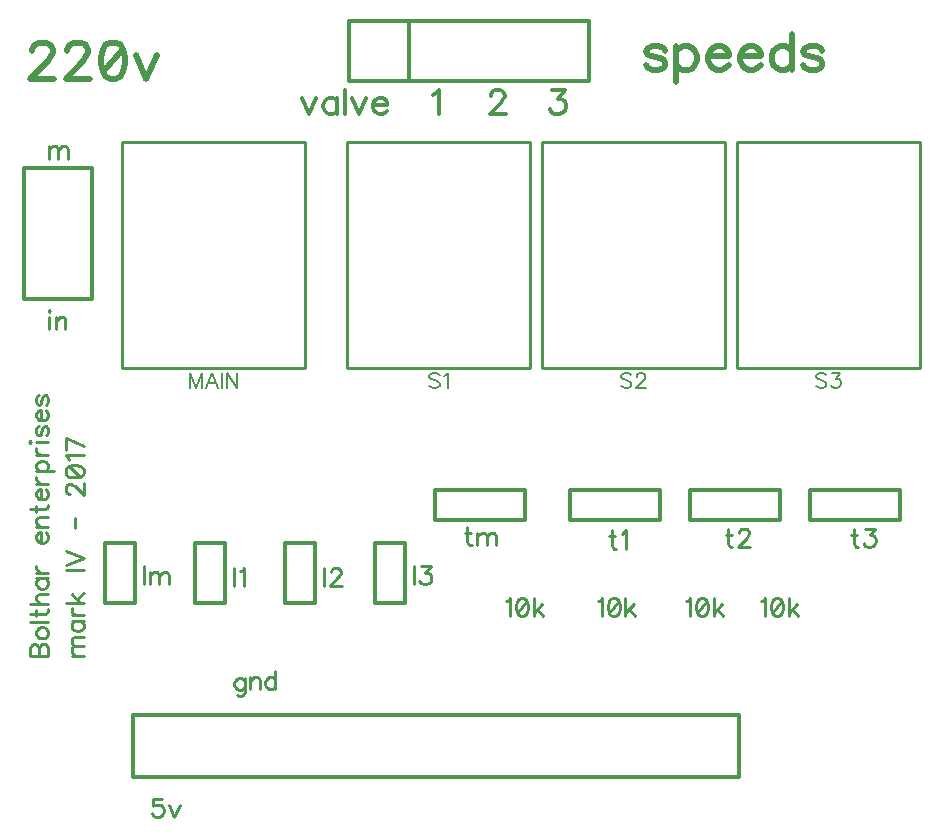
<source format=gto>
G04 DipTrace 3.1.0.1*
G04 Controller.GTO*
%MOMM*%
G04 #@! TF.FileFunction,Legend,Top*
G04 #@! TF.Part,Single*
%ADD10C,0.25*%
%ADD15C,0.3*%
%ADD31C,0.19608*%
%ADD32C,0.23529*%
%ADD33C,0.47059*%
%ADD34C,0.31373*%
%FSLAX35Y35*%
G04*
G71*
G90*
G75*
G01*
G04 TopSilk*
%LPD*%
X2009293Y5048167D2*
D10*
Y6958167D1*
X3559293D1*
Y5048167D1*
X2009293D1*
X3914293D2*
Y6958167D1*
X5464293D1*
Y5048167D1*
X3914293D1*
X5565293D2*
Y6958167D1*
X7115293D1*
Y5048167D1*
X5565293D1*
X7216293D2*
Y6958167D1*
X8766293D1*
Y5048167D1*
X7216293D1*
X3927293Y7982167D2*
D15*
X5959293D1*
Y7474167D1*
X3927293D1*
Y7982167D1*
X2101667Y2108420D2*
X7229293D1*
Y1584543D1*
X2101667D1*
Y2108420D1*
X4657543Y4013430D2*
X5419543D1*
Y3759430D1*
X4657543D1*
Y4013430D1*
X5800543D2*
X6562543D1*
Y3759430D1*
X5800543D1*
Y4013430D1*
X6816543D2*
X7578543D1*
Y3759430D1*
X6816543D1*
Y4013430D1*
X7832543D2*
X8594543D1*
Y3759430D1*
X7832543D1*
Y4013430D1*
X1863543Y3568917D2*
X2117543D1*
Y3060917D1*
X1863543D1*
Y3568917D1*
X2625543D2*
X2879543D1*
Y3060917D1*
X2625543D1*
Y3568917D1*
X3387543D2*
X3641543D1*
Y3060917D1*
X3387543D1*
Y3568917D1*
X4149543D2*
X4403543D1*
Y3060917D1*
X4149543D1*
Y3568917D1*
X1180920Y6743917D2*
X1752420D1*
Y5632667D1*
X1180920D1*
Y6743917D1*
X4435293Y7966293D2*
Y7474167D1*
X2682863Y4877482D2*
D31*
Y5005092D1*
X2634290Y4877482D1*
X2585717Y5005092D1*
Y4877482D1*
X2819365D2*
X2770652Y5005092D1*
X2722079Y4877482D1*
X2740329Y4920019D2*
X2801115D1*
X2858581Y5005092D2*
Y4877482D1*
X2982870Y5005092D2*
Y4877482D1*
X2897797Y5005092D1*
Y4877482D1*
X4696990Y4986842D2*
X4684917Y4999055D1*
X4666667Y5005092D1*
X4642381D1*
X4624131Y4999055D1*
X4611917Y4986842D1*
Y4974769D1*
X4618094Y4962555D1*
X4624131Y4956519D1*
X4636204Y4950482D1*
X4672704Y4938269D1*
X4684917Y4932232D1*
X4690954Y4926055D1*
X4696990Y4913982D1*
Y4895732D1*
X4684917Y4883659D1*
X4666667Y4877482D1*
X4642381D1*
X4624131Y4883659D1*
X4611917Y4895732D1*
X4736206Y4980665D2*
X4748419Y4986842D1*
X4766669Y5004951D1*
Y4877482D1*
X6320685Y4986842D2*
X6308612Y4999055D1*
X6290362Y5005092D1*
X6266076D1*
X6247826Y4999055D1*
X6235612Y4986842D1*
Y4974769D1*
X6241789Y4962555D1*
X6247826Y4956519D1*
X6259899Y4950482D1*
X6296399Y4938269D1*
X6308612Y4932232D1*
X6314649Y4926055D1*
X6320685Y4913982D1*
Y4895732D1*
X6308612Y4883659D1*
X6290362Y4877482D1*
X6266076D1*
X6247826Y4883659D1*
X6235612Y4895732D1*
X6366078Y4974628D2*
Y4980665D1*
X6372115Y4992878D1*
X6378151Y4998915D1*
X6390365Y5004951D1*
X6414651D1*
X6426724Y4998915D1*
X6432761Y4992878D1*
X6438938Y4980665D1*
Y4968592D1*
X6432761Y4956378D1*
X6420688Y4938269D1*
X6359901Y4877482D1*
X6444974D1*
X7971685Y4986842D2*
X7959612Y4999055D1*
X7941362Y5005092D1*
X7917076D1*
X7898826Y4999055D1*
X7886612Y4986842D1*
Y4974769D1*
X7892789Y4962555D1*
X7898826Y4956519D1*
X7910899Y4950482D1*
X7947399Y4938269D1*
X7959612Y4932232D1*
X7965649Y4926055D1*
X7971685Y4913982D1*
Y4895732D1*
X7959612Y4883659D1*
X7941362Y4877482D1*
X7917076D1*
X7898826Y4883659D1*
X7886612Y4895732D1*
X8023115Y5004951D2*
X8089797D1*
X8053438Y4956378D1*
X8071688D1*
X8083761Y4950342D1*
X8089797Y4944305D1*
X8095974Y4926055D1*
Y4913982D1*
X8089797Y4895732D1*
X8077724Y4883519D1*
X8059474Y4877482D1*
X8041224D1*
X8023115Y4883519D1*
X8017078Y4889695D1*
X8010901Y4901769D1*
X2196918Y3370237D2*
D32*
Y3217105D1*
X2243977Y3319193D2*
Y3217105D1*
Y3290049D2*
X2265877Y3311949D1*
X2280533Y3319193D1*
X2302265D1*
X2316921Y3311949D1*
X2324165Y3290049D1*
Y3217105D1*
Y3290049D2*
X2346065Y3311949D1*
X2360721Y3319193D1*
X2382452D1*
X2397108Y3311949D1*
X2404521Y3290049D1*
Y3217105D1*
X2958918Y3354360D2*
Y3201228D1*
X3005977Y3325048D2*
X3020633Y3332460D1*
X3042533Y3354191D1*
Y3201228D1*
X3720918Y3354360D2*
Y3201228D1*
X3775389Y3317804D2*
Y3325048D1*
X3782633Y3339704D1*
X3789877Y3346948D1*
X3804533Y3354191D1*
X3833677D1*
X3848165Y3346948D1*
X3855408Y3339704D1*
X3862821Y3325048D1*
Y3310560D1*
X3855408Y3295904D1*
X3840921Y3274172D1*
X3767977Y3201228D1*
X3870065D1*
X4478808Y3370240D2*
Y3217108D1*
X4540523Y3370071D2*
X4620542D1*
X4576911Y3311784D1*
X4598811D1*
X4613298Y3304540D1*
X4620542Y3297296D1*
X4627955Y3275396D1*
Y3260908D1*
X4620542Y3239008D1*
X4606055Y3224352D1*
X4584155Y3217108D1*
X4562255D1*
X4540523Y3224352D1*
X4533279Y3231765D1*
X4525867Y3246252D1*
X1247291Y7730034D2*
D33*
Y7744522D1*
X1261778Y7773834D1*
X1276266Y7788322D1*
X1305578Y7802810D1*
X1363866D1*
X1392841Y7788322D1*
X1407329Y7773834D1*
X1422154Y7744522D1*
Y7715546D1*
X1407329Y7686234D1*
X1378354Y7642771D1*
X1232466Y7496883D1*
X1436641D1*
X1545584Y7730034D2*
Y7744522D1*
X1560071Y7773834D1*
X1574559Y7788322D1*
X1603871Y7802810D1*
X1662159D1*
X1691134Y7788322D1*
X1705622Y7773834D1*
X1720447Y7744522D1*
Y7715546D1*
X1705622Y7686234D1*
X1676647Y7642771D1*
X1530759Y7496883D1*
X1734934D1*
X1916652Y7802810D2*
X1872852Y7788322D1*
X1843540Y7744522D1*
X1829052Y7671746D1*
Y7627946D1*
X1843540Y7555171D1*
X1872852Y7511371D1*
X1916652Y7496883D1*
X1945628D1*
X1989428Y7511371D1*
X2018403Y7555171D1*
X2033228Y7627946D1*
Y7671746D1*
X2018403Y7744522D1*
X1989428Y7788322D1*
X1945628Y7802810D1*
X1916652D1*
X2018403Y7744522D2*
X1843540Y7555171D1*
X2127345Y7701059D2*
X2214945Y7496883D1*
X2302208Y7701059D1*
X2347253Y1401618D2*
D32*
X2274478D1*
X2267234Y1336087D1*
X2274478Y1343330D1*
X2296378Y1350743D1*
X2318109D1*
X2340009Y1343330D1*
X2354665Y1328843D1*
X2361909Y1306943D1*
Y1292455D1*
X2354665Y1270555D1*
X2340009Y1255899D1*
X2318109Y1248655D1*
X2296378D1*
X2274478Y1255899D1*
X2267234Y1263311D1*
X2259821Y1277799D1*
X2408968Y1350743D2*
X2452768Y1248655D1*
X2496399Y1350743D1*
X4933445Y3703630D2*
Y3579642D1*
X4940689Y3557911D1*
X4955345Y3550498D1*
X4969832D1*
X4911545Y3652586D2*
X4962589D1*
X5016891D2*
Y3550498D1*
Y3623442D2*
X5038791Y3645342D1*
X5053447Y3652586D1*
X5075179D1*
X5089835Y3645342D1*
X5097079Y3623442D1*
Y3550498D1*
Y3623442D2*
X5118979Y3645342D1*
X5133635Y3652586D1*
X5155367D1*
X5170023Y3645342D1*
X5177435Y3623442D1*
Y3550498D1*
X6155818Y3671880D2*
Y3547892D1*
X6163062Y3526161D1*
X6177718Y3518748D1*
X6192206D1*
X6133918Y3620836D2*
X6184962D1*
X6239265Y3642568D2*
X6253921Y3649980D1*
X6275821Y3671711D1*
Y3518748D1*
X7140068Y3687753D2*
Y3563766D1*
X7147312Y3542034D1*
X7161968Y3534622D1*
X7176456D1*
X7118168Y3636709D2*
X7169212D1*
X7230927Y3651197D2*
Y3658441D1*
X7238171Y3673097D1*
X7245415Y3680341D1*
X7260071Y3687585D1*
X7289215D1*
X7303702Y3680341D1*
X7310946Y3673097D1*
X7318358Y3658441D1*
Y3643953D1*
X7310946Y3629297D1*
X7296458Y3607566D1*
X7223515Y3534622D1*
X7325602D1*
X8203695Y3687753D2*
Y3563766D1*
X8210939Y3542034D1*
X8225595Y3534622D1*
X8240082D1*
X8181795Y3636709D2*
X8232839D1*
X8301797Y3687585D2*
X8381817D1*
X8338185Y3629297D1*
X8360085D1*
X8374573Y3622053D1*
X8381817Y3614809D1*
X8389229Y3592909D1*
Y3578422D1*
X8381817Y3556522D1*
X8367329Y3541866D1*
X8345429Y3534622D1*
X8323529D1*
X8301797Y3541866D1*
X8294554Y3549278D1*
X8287141Y3563766D1*
X5260795Y3071054D2*
X5275451Y3078467D1*
X5297351Y3100198D1*
Y2947235D1*
X5388210Y3100198D2*
X5366310Y3092954D1*
X5351654Y3071054D1*
X5344410Y3034667D1*
Y3012767D1*
X5351654Y2976379D1*
X5366310Y2954479D1*
X5388210Y2947235D1*
X5402697D1*
X5424597Y2954479D1*
X5439085Y2976379D1*
X5446497Y3012767D1*
Y3034667D1*
X5439085Y3071054D1*
X5424597Y3092954D1*
X5402697Y3100198D1*
X5388210D1*
X5439085Y3071054D2*
X5351654Y2976379D1*
X5493556Y3100367D2*
Y2947235D1*
X5566500Y3049323D2*
X5493556Y2976379D1*
X5522700Y3005523D2*
X5573744Y2947235D1*
X6038668Y3071054D2*
X6053324Y3078467D1*
X6075224Y3100198D1*
Y2947235D1*
X6166083Y3100198D2*
X6144183Y3092954D1*
X6129527Y3071054D1*
X6122283Y3034667D1*
Y3012767D1*
X6129527Y2976379D1*
X6144183Y2954479D1*
X6166083Y2947235D1*
X6180571D1*
X6202471Y2954479D1*
X6216958Y2976379D1*
X6224371Y3012767D1*
Y3034667D1*
X6216958Y3071054D1*
X6202471Y3092954D1*
X6180571Y3100198D1*
X6166083D1*
X6216958Y3071054D2*
X6129527Y2976379D1*
X6271430Y3100367D2*
Y2947235D1*
X6344373Y3049323D2*
X6271430Y2976379D1*
X6300573Y3005523D2*
X6351617Y2947235D1*
X6784795Y3071054D2*
X6799451Y3078467D1*
X6821351Y3100198D1*
Y2947235D1*
X6912210Y3100198D2*
X6890310Y3092954D1*
X6875654Y3071054D1*
X6868410Y3034667D1*
Y3012767D1*
X6875654Y2976379D1*
X6890310Y2954479D1*
X6912210Y2947235D1*
X6926697D1*
X6948597Y2954479D1*
X6963085Y2976379D1*
X6970497Y3012767D1*
Y3034667D1*
X6963085Y3071054D1*
X6948597Y3092954D1*
X6926697Y3100198D1*
X6912210D1*
X6963085Y3071054D2*
X6875654Y2976379D1*
X7017556Y3100367D2*
Y2947235D1*
X7090500Y3049323D2*
X7017556Y2976379D1*
X7046700Y3005523D2*
X7097744Y2947235D1*
X7419795Y3071054D2*
X7434451Y3078467D1*
X7456351Y3100198D1*
Y2947235D1*
X7547210Y3100198D2*
X7525310Y3092954D1*
X7510654Y3071054D1*
X7503410Y3034667D1*
Y3012767D1*
X7510654Y2976379D1*
X7525310Y2954479D1*
X7547210Y2947235D1*
X7561697D1*
X7583597Y2954479D1*
X7598085Y2976379D1*
X7605497Y3012767D1*
Y3034667D1*
X7598085Y3071054D1*
X7583597Y3092954D1*
X7561697Y3100198D1*
X7547210D1*
X7598085Y3071054D2*
X7510654Y2976379D1*
X7652556Y3100367D2*
Y2947235D1*
X7725500Y3049323D2*
X7652556Y2976379D1*
X7681700Y3005523D2*
X7732744Y2947235D1*
X1231670Y2608248D2*
X1384802D1*
Y2673948D1*
X1377389Y2695848D1*
X1370146Y2703092D1*
X1355658Y2710336D1*
X1333758D1*
X1319102Y2703092D1*
X1311858Y2695848D1*
X1304614Y2673948D1*
X1297202Y2695848D1*
X1289958Y2703092D1*
X1275470Y2710336D1*
X1260814D1*
X1246326Y2703092D1*
X1238914Y2695848D1*
X1231670Y2673948D1*
Y2608248D1*
X1304614D2*
Y2673948D1*
X1282714Y2793782D2*
X1289958Y2779295D1*
X1304614Y2764639D1*
X1326514Y2757395D1*
X1341002D1*
X1362902Y2764638D1*
X1377389Y2779295D1*
X1384802Y2793782D1*
Y2815682D1*
X1377389Y2830338D1*
X1362902Y2844826D1*
X1341002Y2852238D1*
X1326514D1*
X1304614Y2844826D1*
X1289958Y2830339D1*
X1282714Y2815682D1*
Y2793782D1*
X1231670Y2899297D2*
X1384802D1*
X1231670Y2968256D2*
X1355658D1*
X1377389Y2975500D1*
X1384802Y2990156D1*
Y3004644D1*
X1282714Y2946356D2*
Y2997400D1*
X1231670Y3051703D2*
X1384802D1*
X1311858D2*
X1289958Y3073603D1*
X1282714Y3088259D1*
Y3110159D1*
X1289958Y3124646D1*
X1311858Y3131890D1*
X1384802D1*
X1282714Y3266381D2*
X1384802D1*
X1304614D2*
X1289958Y3251893D1*
X1282714Y3237237D1*
Y3215505D1*
X1289958Y3200849D1*
X1304614Y3186361D1*
X1326514Y3178949D1*
X1341002D1*
X1362902Y3186361D1*
X1377389Y3200849D1*
X1384802Y3215505D1*
Y3237237D1*
X1377389Y3251893D1*
X1362902Y3266381D1*
X1282714Y3313439D2*
X1384802D1*
X1326514D2*
X1304614Y3320852D1*
X1289958Y3335339D1*
X1282714Y3349996D1*
Y3371896D1*
X1326514Y3567090D2*
Y3654522D1*
X1311858D1*
X1297202Y3647278D1*
X1289958Y3640034D1*
X1282714Y3625378D1*
Y3603478D1*
X1289958Y3588990D1*
X1304614Y3574334D1*
X1326514Y3567090D1*
X1341002D1*
X1362902Y3574334D1*
X1377389Y3588990D1*
X1384802Y3603478D1*
Y3625378D1*
X1377389Y3640034D1*
X1362902Y3654522D1*
X1282714Y3701581D2*
X1384802D1*
X1311858D2*
X1289958Y3723481D1*
X1282714Y3738137D1*
Y3759868D1*
X1289958Y3774524D1*
X1311858Y3781768D1*
X1384802D1*
X1231670Y3850727D2*
X1355658D1*
X1377389Y3857971D1*
X1384802Y3872627D1*
Y3887115D1*
X1282714Y3828827D2*
Y3879871D1*
X1326514Y3934174D2*
Y4021605D1*
X1311858D1*
X1297202Y4014361D1*
X1289958Y4007117D1*
X1282714Y3992461D1*
Y3970561D1*
X1289958Y3956074D1*
X1304614Y3941417D1*
X1326514Y3934174D1*
X1341002D1*
X1362902Y3941417D1*
X1377389Y3956074D1*
X1384802Y3970561D1*
Y3992461D1*
X1377389Y4007117D1*
X1362902Y4021605D1*
X1282714Y4068664D2*
X1384802D1*
X1326514D2*
X1304614Y4076076D1*
X1289958Y4090564D1*
X1282714Y4105220D1*
Y4127120D1*
Y4174179D2*
X1435845D1*
X1304614D2*
X1290126Y4188835D1*
X1282714Y4203323D1*
Y4225223D1*
X1290126Y4239879D1*
X1304614Y4254367D1*
X1326514Y4261779D1*
X1341170D1*
X1362902Y4254367D1*
X1377558Y4239879D1*
X1384802Y4225223D1*
Y4203323D1*
X1377558Y4188835D1*
X1362902Y4174179D1*
X1282714Y4308838D2*
X1384802D1*
X1326514D2*
X1304614Y4316250D1*
X1289958Y4330738D1*
X1282714Y4345394D1*
Y4367294D1*
X1231670Y4414353D2*
X1238914Y4421597D1*
X1231670Y4429009D1*
X1224258Y4421597D1*
X1231670Y4414353D1*
X1282714Y4421597D2*
X1384802D1*
X1304614Y4556255D2*
X1289958Y4549012D1*
X1282714Y4527112D1*
Y4505212D1*
X1289958Y4483312D1*
X1304614Y4476068D1*
X1319102Y4483312D1*
X1326514Y4497968D1*
X1333758Y4534355D1*
X1341002Y4549012D1*
X1355658Y4556255D1*
X1362902D1*
X1377389Y4549012D1*
X1384802Y4527112D1*
Y4505212D1*
X1377389Y4483312D1*
X1362902Y4476068D1*
X1326514Y4603314D2*
Y4690746D1*
X1311858D1*
X1297202Y4683502D1*
X1289958Y4676258D1*
X1282714Y4661602D1*
Y4639702D1*
X1289958Y4625214D1*
X1304614Y4610558D1*
X1326514Y4603314D1*
X1341002D1*
X1362902Y4610558D1*
X1377389Y4625214D1*
X1384802Y4639702D1*
Y4661602D1*
X1377389Y4676258D1*
X1362902Y4690746D1*
X1304614Y4817992D2*
X1289958Y4810748D1*
X1282714Y4788848D1*
Y4766948D1*
X1289958Y4745048D1*
X1304614Y4737805D1*
X1319102Y4745048D1*
X1326514Y4759705D1*
X1333758Y4796092D1*
X1341002Y4810748D1*
X1355658Y4817992D1*
X1362902D1*
X1377389Y4810748D1*
X1384802Y4788848D1*
Y4766948D1*
X1377389Y4745048D1*
X1362902Y4737805D1*
X1581924Y2610665D2*
X1684012D1*
X1611068D2*
X1589168Y2632565D1*
X1581924Y2647221D1*
Y2668953D1*
X1589168Y2683609D1*
X1611068Y2690853D1*
X1684012D1*
X1611068D2*
X1589168Y2712753D1*
X1581924Y2727409D1*
Y2749140D1*
X1589168Y2763796D1*
X1611068Y2771209D1*
X1684012D1*
X1581924Y2905699D2*
X1684012D1*
X1603824D2*
X1589168Y2891211D1*
X1581924Y2876555D1*
Y2854824D1*
X1589168Y2840167D1*
X1603824Y2825680D1*
X1625724Y2818267D1*
X1640212D1*
X1662112Y2825680D1*
X1676599Y2840167D1*
X1684012Y2854824D1*
Y2876555D1*
X1676599Y2891211D1*
X1662112Y2905699D1*
X1581924Y2952758D2*
X1684012D1*
X1625724D2*
X1603824Y2960170D1*
X1589168Y2974658D1*
X1581924Y2989314D1*
Y3011214D1*
X1530880Y3058273D2*
X1684012D1*
X1581924Y3131217D2*
X1654868Y3058273D1*
X1625724Y3087417D2*
X1684012Y3138460D1*
X1530880Y3333655D2*
X1684012D1*
X1530880Y3380714D2*
X1684012Y3439001D1*
X1530880Y3497289D1*
X1607530Y3692484D2*
Y3776715D1*
X1567436Y3979321D2*
X1560192D1*
X1545536Y3986565D1*
X1538292Y3993809D1*
X1531049Y4008465D1*
Y4037609D1*
X1538292Y4052097D1*
X1545536Y4059341D1*
X1560192Y4066753D1*
X1574680D1*
X1589336Y4059341D1*
X1611068Y4044853D1*
X1684012Y3971909D1*
Y4073997D1*
X1531049Y4164856D2*
X1538292Y4142956D1*
X1560192Y4128299D1*
X1596580Y4121056D1*
X1618480D1*
X1654868Y4128299D1*
X1676768Y4142956D1*
X1684012Y4164856D1*
Y4179343D1*
X1676768Y4201243D1*
X1654868Y4215731D1*
X1618480Y4223143D1*
X1596580D1*
X1560192Y4215731D1*
X1538292Y4201243D1*
X1531049Y4179343D1*
Y4164856D1*
X1560192Y4215731D2*
X1654868Y4128299D1*
X1560192Y4270202D2*
X1552780Y4284858D1*
X1531049Y4306758D1*
X1684012D1*
Y4382961D2*
X1531049Y4455905D1*
Y4353817D1*
X1387295Y5529240D2*
X1394539Y5521996D1*
X1401951Y5529240D1*
X1394539Y5536652D1*
X1387295Y5529240D1*
X1394539Y5478196D2*
Y5376108D1*
X1449010Y5478196D2*
Y5376108D1*
Y5449052D2*
X1470910Y5470952D1*
X1485566Y5478196D1*
X1507297D1*
X1521954Y5470952D1*
X1529197Y5449052D1*
Y5376108D1*
X1387288Y6922819D2*
Y6820732D1*
Y6893676D2*
X1409188Y6915576D1*
X1423844Y6922819D1*
X1445576D1*
X1460232Y6915576D1*
X1467476Y6893676D1*
Y6820732D1*
Y6893676D2*
X1489376Y6915576D1*
X1504032Y6922819D1*
X1525763D1*
X1540420Y6915576D1*
X1547832Y6893676D1*
Y6820732D1*
X3534336Y7333081D2*
D34*
X3592736Y7196964D1*
X3650912Y7333081D1*
X3830232D2*
Y7196964D1*
Y7303881D2*
X3810915Y7323423D1*
X3791374Y7333081D1*
X3762398D1*
X3742857Y7323423D1*
X3723540Y7303881D1*
X3713657Y7274681D1*
Y7255364D1*
X3723540Y7226164D1*
X3742857Y7206848D1*
X3762398Y7196964D1*
X3791374D1*
X3810915Y7206848D1*
X3830232Y7226164D1*
X3892977Y7401140D2*
Y7196964D1*
X3955722Y7333081D2*
X4014122Y7196964D1*
X4072298Y7333081D1*
X4135043Y7274681D2*
X4251618D1*
Y7294223D1*
X4241960Y7313764D1*
X4232301Y7323423D1*
X4212760Y7333081D1*
X4183560D1*
X4164243Y7323423D1*
X4144701Y7303881D1*
X4135043Y7274681D1*
Y7255364D1*
X4144701Y7226164D1*
X4164243Y7206848D1*
X4183560Y7196964D1*
X4212760D1*
X4232301Y7206848D1*
X4251618Y7226164D1*
X4645590Y7362050D2*
X4665131Y7371933D1*
X4694331Y7400909D1*
Y7196958D1*
X5131723Y7352392D2*
Y7362050D1*
X5141381Y7381592D1*
X5151040Y7391250D1*
X5170581Y7400909D1*
X5209440D1*
X5228757Y7391250D1*
X5238415Y7381592D1*
X5248298Y7362050D1*
Y7342733D1*
X5238415Y7323192D1*
X5219098Y7294216D1*
X5121840Y7196958D1*
X5257957D1*
X5649381Y7400909D2*
X5756073D1*
X5697898Y7323192D1*
X5727098D1*
X5746415Y7313533D1*
X5756073Y7303875D1*
X5765957Y7274675D1*
Y7255358D1*
X5756073Y7226158D1*
X5736757Y7206616D1*
X5707557Y7196958D1*
X5678357D1*
X5649381Y7206616D1*
X5639723Y7216499D1*
X5629840Y7235816D1*
X6607685Y7728789D2*
D33*
X6593197Y7758101D1*
X6549397Y7772589D1*
X6505597D1*
X6461797Y7758101D1*
X6447309Y7728789D1*
X6461797Y7699813D1*
X6491109Y7684989D1*
X6563885Y7670501D1*
X6593197Y7656013D1*
X6607685Y7626701D1*
Y7612213D1*
X6593197Y7583238D1*
X6549397Y7568413D1*
X6505597D1*
X6461797Y7583238D1*
X6447309Y7612213D1*
X6701802Y7772589D2*
Y7466326D1*
Y7728789D2*
X6731115Y7757764D1*
X6760090Y7772589D1*
X6803890D1*
X6833202Y7757764D1*
X6862178Y7728789D1*
X6877002Y7684989D1*
Y7655676D1*
X6862178Y7612213D1*
X6833202Y7582901D1*
X6803890Y7568413D1*
X6760090D1*
X6731115Y7582901D1*
X6701802Y7612213D1*
X6971120Y7684989D2*
X7145983D1*
Y7714301D1*
X7131495Y7743613D1*
X7117008Y7758101D1*
X7087695Y7772589D1*
X7043895D1*
X7014920Y7758101D1*
X6985608Y7728789D1*
X6971120Y7684989D1*
Y7656013D1*
X6985608Y7612213D1*
X7014920Y7583238D1*
X7043895Y7568413D1*
X7087695D1*
X7117008Y7583238D1*
X7145983Y7612213D1*
X7240101Y7684989D2*
X7414964D1*
Y7714301D1*
X7400476Y7743613D1*
X7385989Y7758101D1*
X7356676Y7772589D1*
X7312876D1*
X7283901Y7758101D1*
X7254589Y7728789D1*
X7240101Y7684989D1*
Y7656013D1*
X7254589Y7612213D1*
X7283901Y7583238D1*
X7312876Y7568413D1*
X7356676D1*
X7385989Y7583238D1*
X7414964Y7612213D1*
X7683945Y7874676D2*
Y7568413D1*
Y7728789D2*
X7654969Y7758101D1*
X7625657Y7772589D1*
X7581857D1*
X7552882Y7758101D1*
X7523569Y7728789D1*
X7509082Y7684989D1*
Y7656013D1*
X7523569Y7612213D1*
X7552882Y7583238D1*
X7581857Y7568413D1*
X7625657D1*
X7654969Y7583238D1*
X7683945Y7612213D1*
X7938438Y7728789D2*
X7923950Y7758101D1*
X7880150Y7772589D1*
X7836350D1*
X7792550Y7758101D1*
X7778062Y7728789D1*
X7792550Y7699813D1*
X7821862Y7684989D1*
X7894638Y7670501D1*
X7923950Y7656013D1*
X7938438Y7626701D1*
Y7612213D1*
X7923950Y7583238D1*
X7880150Y7568413D1*
X7836350D1*
X7792550Y7583238D1*
X7778062Y7612213D1*
X3046350Y2422949D2*
D32*
Y2306205D1*
X3039106Y2284473D1*
X3031862Y2277061D1*
X3017206Y2269817D1*
X2995306D1*
X2980818Y2277061D1*
X3046350Y2401049D2*
X3031862Y2415537D1*
X3017206Y2422949D1*
X2995306D1*
X2980818Y2415537D1*
X2966162Y2401049D1*
X2958918Y2379149D1*
Y2364493D1*
X2966162Y2342761D1*
X2980818Y2328105D1*
X2995306Y2320861D1*
X3017206D1*
X3031862Y2328105D1*
X3046350Y2342761D1*
X3093408Y2430193D2*
Y2328105D1*
Y2401049D2*
X3115308Y2422949D1*
X3129965Y2430193D1*
X3151696D1*
X3166352Y2422949D1*
X3173596Y2401049D1*
Y2328105D1*
X3308086Y2481237D2*
Y2328105D1*
Y2408293D2*
X3293599Y2422949D1*
X3278943Y2430193D1*
X3257043D1*
X3242555Y2422949D1*
X3227899Y2408293D1*
X3220655Y2386393D1*
Y2371905D1*
X3227899Y2350005D1*
X3242555Y2335517D1*
X3257043Y2328105D1*
X3278943D1*
X3293599Y2335517D1*
X3308086Y2350005D1*
M02*

</source>
